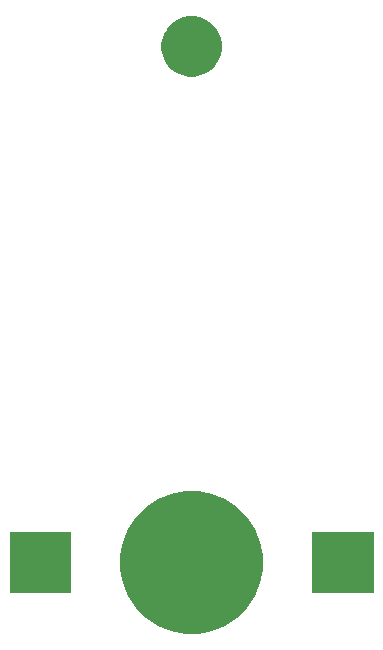
<source format=gbr>
G04 #@! TF.GenerationSoftware,KiCad,Pcbnew,5.1.4-3.fc30*
G04 #@! TF.CreationDate,2019-12-08T15:57:42-08:00*
G04 #@! TF.ProjectId,ChristmasTree,43687269-7374-46d6-9173-547265652e6b,rev?*
G04 #@! TF.SameCoordinates,Original*
G04 #@! TF.FileFunction,Soldermask,Bot*
G04 #@! TF.FilePolarity,Negative*
%FSLAX46Y46*%
G04 Gerber Fmt 4.6, Leading zero omitted, Abs format (unit mm)*
G04 Created by KiCad (PCBNEW 5.1.4-3.fc30) date 2019-12-08 15:57:42*
%MOMM*%
%LPD*%
G04 APERTURE LIST*
%ADD10C,0.100000*%
G04 APERTURE END LIST*
D10*
G36*
X240525010Y-98321536D02*
G01*
X241626222Y-98777673D01*
X242617287Y-99439881D01*
X243460119Y-100282713D01*
X244122327Y-101273778D01*
X244578464Y-102374990D01*
X244811000Y-103544027D01*
X244811000Y-104735973D01*
X244578464Y-105905010D01*
X244122327Y-107006222D01*
X243460119Y-107997287D01*
X242617287Y-108840119D01*
X241626222Y-109502327D01*
X240525010Y-109958464D01*
X239355973Y-110191000D01*
X238164027Y-110191000D01*
X236994990Y-109958464D01*
X235893778Y-109502327D01*
X234902713Y-108840119D01*
X234059881Y-107997287D01*
X233397673Y-107006222D01*
X232941536Y-105905010D01*
X232709000Y-104735973D01*
X232709000Y-103544027D01*
X232941536Y-102374990D01*
X233397673Y-101273778D01*
X234059881Y-100282713D01*
X234902713Y-99439881D01*
X235893778Y-98777673D01*
X236994990Y-98321536D01*
X238164027Y-98089000D01*
X239355973Y-98089000D01*
X240525010Y-98321536D01*
X240525010Y-98321536D01*
G37*
G36*
X254161000Y-106741000D02*
G01*
X248959000Y-106741000D01*
X248959000Y-101539000D01*
X254161000Y-101539000D01*
X254161000Y-106741000D01*
X254161000Y-106741000D01*
G37*
G36*
X228561000Y-106741000D02*
G01*
X223359000Y-106741000D01*
X223359000Y-101539000D01*
X228561000Y-101539000D01*
X228561000Y-106741000D01*
X228561000Y-106741000D01*
G37*
G36*
X239504098Y-57999033D02*
G01*
X239968350Y-58191332D01*
X239968352Y-58191333D01*
X240386168Y-58470509D01*
X240741491Y-58825832D01*
X240876575Y-59028000D01*
X241020668Y-59243650D01*
X241212967Y-59707902D01*
X241311000Y-60200747D01*
X241311000Y-60703253D01*
X241212967Y-61196098D01*
X241091093Y-61490329D01*
X241020667Y-61660352D01*
X240741491Y-62078168D01*
X240386168Y-62433491D01*
X239968352Y-62712667D01*
X239968351Y-62712668D01*
X239968350Y-62712668D01*
X239504098Y-62904967D01*
X239011253Y-63003000D01*
X238508747Y-63003000D01*
X238015902Y-62904967D01*
X237551650Y-62712668D01*
X237551649Y-62712668D01*
X237551648Y-62712667D01*
X237133832Y-62433491D01*
X236778509Y-62078168D01*
X236499333Y-61660352D01*
X236428907Y-61490329D01*
X236307033Y-61196098D01*
X236209000Y-60703253D01*
X236209000Y-60200747D01*
X236307033Y-59707902D01*
X236499332Y-59243650D01*
X236643425Y-59028000D01*
X236778509Y-58825832D01*
X237133832Y-58470509D01*
X237551648Y-58191333D01*
X237551650Y-58191332D01*
X238015902Y-57999033D01*
X238508747Y-57901000D01*
X239011253Y-57901000D01*
X239504098Y-57999033D01*
X239504098Y-57999033D01*
G37*
M02*

</source>
